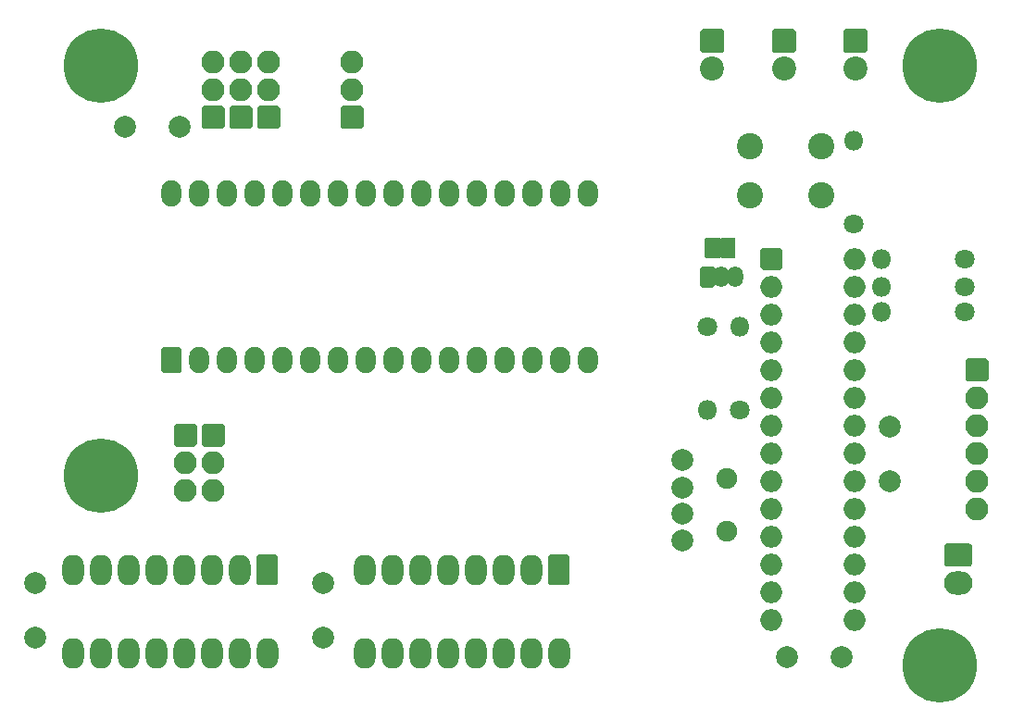
<source format=gbs>
G04 #@! TF.GenerationSoftware,KiCad,Pcbnew,5.1.9*
G04 #@! TF.CreationDate,2021-04-11T00:08:53+02:00*
G04 #@! TF.ProjectId,urp,7572702e-6b69-4636-9164-5f7063625858,rev?*
G04 #@! TF.SameCoordinates,Original*
G04 #@! TF.FileFunction,Soldermask,Bot*
G04 #@! TF.FilePolarity,Negative*
%FSLAX46Y46*%
G04 Gerber Fmt 4.6, Leading zero omitted, Abs format (unit mm)*
G04 Created by KiCad (PCBNEW 5.1.9) date 2021-04-11 00:08:53*
%MOMM*%
%LPD*%
G01*
G04 APERTURE LIST*
%ADD10O,2.590000X2.140000*%
%ADD11O,1.800000X1.800000*%
%ADD12C,1.800000*%
%ADD13O,1.450000X1.900000*%
%ADD14C,0.100000*%
%ADD15C,2.000000*%
%ADD16C,2.200000*%
%ADD17O,2.100000X2.100000*%
%ADD18O,1.840000X2.400000*%
%ADD19C,1.900000*%
%ADD20C,2.400000*%
%ADD21C,6.800000*%
%ADD22O,2.000000X2.800000*%
%ADD23O,2.000000X2.000000*%
G04 APERTURE END LIST*
D10*
G04 #@! TO.C,J3*
X141550000Y-132340000D03*
G36*
G01*
X140562470Y-128730000D02*
X142537530Y-128730000D01*
G75*
G02*
X142845000Y-129037470I0J-307470D01*
G01*
X142845000Y-130562530D01*
G75*
G02*
X142537530Y-130870000I-307470J0D01*
G01*
X140562470Y-130870000D01*
G75*
G02*
X140255000Y-130562530I0J307470D01*
G01*
X140255000Y-129037470D01*
G75*
G02*
X140562470Y-128730000I307470J0D01*
G01*
G37*
G04 #@! TD*
D11*
G04 #@! TO.C,R6*
X121548000Y-108932000D03*
D12*
X121548000Y-116552000D03*
G04 #@! TD*
D11*
G04 #@! TO.C,R5*
X118627000Y-116552000D03*
D12*
X118627000Y-108932000D03*
G04 #@! TD*
G04 #@! TO.C,Q1*
G36*
G01*
X117902000Y-105110000D02*
X117902000Y-103610000D01*
G75*
G02*
X118102000Y-103410000I200000J0D01*
G01*
X119152000Y-103410000D01*
G75*
G02*
X119352000Y-103610000I0J-200000D01*
G01*
X119352000Y-105110000D01*
G75*
G02*
X119152000Y-105310000I-200000J0D01*
G01*
X118102000Y-105310000D01*
G75*
G02*
X117902000Y-105110000I0J200000D01*
G01*
G37*
D13*
X121167000Y-104360000D03*
X119897000Y-104360000D03*
G04 #@! TD*
D14*
G04 #@! TO.C,JP7*
G36*
X119955982Y-102639157D02*
G01*
X119918463Y-102627776D01*
X119883886Y-102609294D01*
X119853579Y-102584421D01*
X119828590Y-102553940D01*
X119328590Y-101803940D01*
X119310144Y-101769343D01*
X119298802Y-101731813D01*
X119295000Y-101692791D01*
X119298884Y-101653777D01*
X119310304Y-101616270D01*
X119328590Y-101582060D01*
X119828590Y-100832060D01*
X119853431Y-100801727D01*
X119883712Y-100776822D01*
X119918270Y-100758304D01*
X119955777Y-100746884D01*
X119995000Y-100743000D01*
X120995000Y-100743000D01*
X121034018Y-100746843D01*
X121071537Y-100758224D01*
X121106114Y-100776706D01*
X121136421Y-100801579D01*
X121161294Y-100831886D01*
X121179776Y-100866463D01*
X121191157Y-100903982D01*
X121195000Y-100943000D01*
X121195000Y-102443000D01*
X121191157Y-102482018D01*
X121179776Y-102519537D01*
X121161294Y-102554114D01*
X121136421Y-102584421D01*
X121106114Y-102609294D01*
X121071537Y-102627776D01*
X121034018Y-102639157D01*
X120995000Y-102643000D01*
X119995000Y-102643000D01*
X119955982Y-102639157D01*
G37*
G36*
X118505982Y-102639157D02*
G01*
X118468463Y-102627776D01*
X118433886Y-102609294D01*
X118403579Y-102584421D01*
X118378706Y-102554114D01*
X118360224Y-102519537D01*
X118348843Y-102482018D01*
X118345000Y-102443000D01*
X118345000Y-100943000D01*
X118348843Y-100903982D01*
X118360224Y-100866463D01*
X118378706Y-100831886D01*
X118403579Y-100801579D01*
X118433886Y-100776706D01*
X118468463Y-100758224D01*
X118505982Y-100746843D01*
X118545000Y-100743000D01*
X119695000Y-100743000D01*
X119734018Y-100746843D01*
X119771537Y-100758224D01*
X119806114Y-100776706D01*
X119836421Y-100801579D01*
X119861294Y-100831886D01*
X119879776Y-100866463D01*
X119891157Y-100903982D01*
X119895000Y-100943000D01*
X119891157Y-100982018D01*
X119879776Y-101019537D01*
X119861410Y-101053940D01*
X119435370Y-101693000D01*
X119861410Y-102332060D01*
X119879856Y-102366657D01*
X119891198Y-102404187D01*
X119895000Y-102443209D01*
X119891116Y-102482223D01*
X119879696Y-102519730D01*
X119861178Y-102554288D01*
X119836273Y-102584569D01*
X119805940Y-102609410D01*
X119771343Y-102627856D01*
X119733813Y-102639198D01*
X119695000Y-102643000D01*
X118545000Y-102643000D01*
X118505982Y-102639157D01*
G37*
G04 #@! TD*
D15*
G04 #@! TO.C,C3*
X65367000Y-90580500D03*
X70367000Y-90580500D03*
G04 #@! TD*
D11*
G04 #@! TO.C,R2*
X134502000Y-107535000D03*
D12*
X142122000Y-107535000D03*
G04 #@! TD*
D16*
G04 #@! TO.C,D1*
X119071500Y-85310000D03*
G36*
G01*
X118171500Y-81670000D02*
X119971500Y-81670000D01*
G75*
G02*
X120171500Y-81870000I0J-200000D01*
G01*
X120171500Y-83670000D01*
G75*
G02*
X119971500Y-83870000I-200000J0D01*
G01*
X118171500Y-83870000D01*
G75*
G02*
X117971500Y-83670000I0J200000D01*
G01*
X117971500Y-81870000D01*
G75*
G02*
X118171500Y-81670000I200000J0D01*
G01*
G37*
G04 #@! TD*
D11*
G04 #@! TO.C,R4*
X134502000Y-102709000D03*
D12*
X142122000Y-102709000D03*
G04 #@! TD*
D11*
G04 #@! TO.C,R3*
X134502000Y-105249000D03*
D12*
X142122000Y-105249000D03*
G04 #@! TD*
D16*
G04 #@! TO.C,D3*
X132152500Y-85310000D03*
G36*
G01*
X131252500Y-81670000D02*
X133052500Y-81670000D01*
G75*
G02*
X133252500Y-81870000I0J-200000D01*
G01*
X133252500Y-83670000D01*
G75*
G02*
X133052500Y-83870000I-200000J0D01*
G01*
X131252500Y-83870000D01*
G75*
G02*
X131052500Y-83670000I0J200000D01*
G01*
X131052500Y-81870000D01*
G75*
G02*
X131252500Y-81670000I200000J0D01*
G01*
G37*
G04 #@! TD*
G04 #@! TO.C,D2*
X125612000Y-85310000D03*
G36*
G01*
X124712000Y-81670000D02*
X126512000Y-81670000D01*
G75*
G02*
X126712000Y-81870000I0J-200000D01*
G01*
X126712000Y-83670000D01*
G75*
G02*
X126512000Y-83870000I-200000J0D01*
G01*
X124712000Y-83870000D01*
G75*
G02*
X124512000Y-83670000I0J200000D01*
G01*
X124512000Y-81870000D01*
G75*
G02*
X124712000Y-81670000I200000J0D01*
G01*
G37*
G04 #@! TD*
D17*
G04 #@! TO.C,JP6*
X73415000Y-84675000D03*
X73415000Y-87215000D03*
G36*
G01*
X74465000Y-88905000D02*
X74465000Y-90605000D01*
G75*
G02*
X74265000Y-90805000I-200000J0D01*
G01*
X72565000Y-90805000D01*
G75*
G02*
X72365000Y-90605000I0J200000D01*
G01*
X72365000Y-88905000D01*
G75*
G02*
X72565000Y-88705000I200000J0D01*
G01*
X74265000Y-88705000D01*
G75*
G02*
X74465000Y-88905000I0J-200000D01*
G01*
G37*
G04 #@! TD*
G04 #@! TO.C,JP5*
X75955000Y-84675000D03*
X75955000Y-87215000D03*
G36*
G01*
X77005000Y-88905000D02*
X77005000Y-90605000D01*
G75*
G02*
X76805000Y-90805000I-200000J0D01*
G01*
X75105000Y-90805000D01*
G75*
G02*
X74905000Y-90605000I0J200000D01*
G01*
X74905000Y-88905000D01*
G75*
G02*
X75105000Y-88705000I200000J0D01*
G01*
X76805000Y-88705000D01*
G75*
G02*
X77005000Y-88905000I0J-200000D01*
G01*
G37*
G04 #@! TD*
G04 #@! TO.C,JP4*
X78495000Y-84675000D03*
X78495000Y-87215000D03*
G36*
G01*
X79545000Y-88905000D02*
X79545000Y-90605000D01*
G75*
G02*
X79345000Y-90805000I-200000J0D01*
G01*
X77645000Y-90805000D01*
G75*
G02*
X77445000Y-90605000I0J200000D01*
G01*
X77445000Y-88905000D01*
G75*
G02*
X77645000Y-88705000I200000J0D01*
G01*
X79345000Y-88705000D01*
G75*
G02*
X79545000Y-88905000I0J-200000D01*
G01*
G37*
G04 #@! TD*
G04 #@! TO.C,JP3*
X86115000Y-84675000D03*
X86115000Y-87215000D03*
G36*
G01*
X87165000Y-88905000D02*
X87165000Y-90605000D01*
G75*
G02*
X86965000Y-90805000I-200000J0D01*
G01*
X85265000Y-90805000D01*
G75*
G02*
X85065000Y-90605000I0J200000D01*
G01*
X85065000Y-88905000D01*
G75*
G02*
X85265000Y-88705000I200000J0D01*
G01*
X86965000Y-88705000D01*
G75*
G02*
X87165000Y-88905000I0J-200000D01*
G01*
G37*
G04 #@! TD*
G04 #@! TO.C,JP2*
X73415000Y-123918000D03*
X73415000Y-121378000D03*
G36*
G01*
X72365000Y-119688000D02*
X72365000Y-117988000D01*
G75*
G02*
X72565000Y-117788000I200000J0D01*
G01*
X74265000Y-117788000D01*
G75*
G02*
X74465000Y-117988000I0J-200000D01*
G01*
X74465000Y-119688000D01*
G75*
G02*
X74265000Y-119888000I-200000J0D01*
G01*
X72565000Y-119888000D01*
G75*
G02*
X72365000Y-119688000I0J200000D01*
G01*
G37*
G04 #@! TD*
G04 #@! TO.C,JP1*
X70875000Y-123918000D03*
X70875000Y-121378000D03*
G36*
G01*
X69825000Y-119688000D02*
X69825000Y-117988000D01*
G75*
G02*
X70025000Y-117788000I200000J0D01*
G01*
X71725000Y-117788000D01*
G75*
G02*
X71925000Y-117988000I0J-200000D01*
G01*
X71925000Y-119688000D01*
G75*
G02*
X71725000Y-119888000I-200000J0D01*
G01*
X70025000Y-119888000D01*
G75*
G02*
X69825000Y-119688000I0J200000D01*
G01*
G37*
G04 #@! TD*
D18*
G04 #@! TO.C,J2*
X107705000Y-96740000D03*
X107705000Y-111980000D03*
X105165000Y-96740000D03*
X105165000Y-111980000D03*
X102625000Y-96740000D03*
X102625000Y-111980000D03*
X100085000Y-96740000D03*
X100085000Y-111980000D03*
X97545000Y-96740000D03*
X97545000Y-111980000D03*
X95005000Y-96740000D03*
X95005000Y-111980000D03*
X92465000Y-96740000D03*
X92465000Y-111980000D03*
X89925000Y-96740000D03*
X89925000Y-111980000D03*
X87385000Y-96740000D03*
X87385000Y-111980000D03*
X84845000Y-96740000D03*
X84845000Y-111980000D03*
X82305000Y-96740000D03*
X82305000Y-111980000D03*
X79765000Y-96740000D03*
X79765000Y-111980000D03*
X77225000Y-96740000D03*
X77225000Y-111980000D03*
X74685000Y-96740000D03*
X74685000Y-111980000D03*
X72145000Y-96740000D03*
X72145000Y-111980000D03*
X69605000Y-96740000D03*
G36*
G01*
X70325000Y-113180000D02*
X68885000Y-113180000D01*
G75*
G02*
X68685000Y-112980000I0J200000D01*
G01*
X68685000Y-110980000D01*
G75*
G02*
X68885000Y-110780000I200000J0D01*
G01*
X70325000Y-110780000D01*
G75*
G02*
X70525000Y-110980000I0J-200000D01*
G01*
X70525000Y-112980000D01*
G75*
G02*
X70325000Y-113180000I-200000J0D01*
G01*
G37*
G04 #@! TD*
D11*
G04 #@! TO.C,R1*
X131962000Y-91850500D03*
D12*
X131962000Y-99470500D03*
G04 #@! TD*
D19*
G04 #@! TO.C,Y1*
X120405000Y-127655000D03*
X120405000Y-122775000D03*
G04 #@! TD*
D15*
G04 #@! TO.C,C7*
X116341000Y-125990000D03*
X116341000Y-128490000D03*
G04 #@! TD*
G04 #@! TO.C,C6*
X116341000Y-123624000D03*
X116341000Y-121124000D03*
G04 #@! TD*
G04 #@! TO.C,C4*
X83448000Y-132380000D03*
X83448000Y-137380000D03*
G04 #@! TD*
G04 #@! TO.C,C2*
X130866000Y-139158000D03*
X125866000Y-139158000D03*
G04 #@! TD*
G04 #@! TO.C,C5*
X57159000Y-132380000D03*
X57159000Y-137380000D03*
G04 #@! TD*
G04 #@! TO.C,C1*
X135264000Y-118029000D03*
X135264000Y-123029000D03*
G04 #@! TD*
D17*
G04 #@! TO.C,J1*
X143265000Y-125569000D03*
X143265000Y-123029000D03*
X143265000Y-120489000D03*
X143265000Y-117949000D03*
X143265000Y-115409000D03*
G36*
G01*
X142215000Y-113719000D02*
X142215000Y-112019000D01*
G75*
G02*
X142415000Y-111819000I200000J0D01*
G01*
X144115000Y-111819000D01*
G75*
G02*
X144315000Y-112019000I0J-200000D01*
G01*
X144315000Y-113719000D01*
G75*
G02*
X144115000Y-113919000I-200000J0D01*
G01*
X142415000Y-113919000D01*
G75*
G02*
X142215000Y-113719000I0J200000D01*
G01*
G37*
G04 #@! TD*
D20*
G04 #@! TO.C,SW1*
X122541000Y-96867000D03*
X122541000Y-92367000D03*
X129041000Y-96867000D03*
X129041000Y-92367000D03*
G04 #@! TD*
D21*
G04 #@! TO.C,H4*
X139836000Y-85056000D03*
G04 #@! TD*
G04 #@! TO.C,H3*
X63128000Y-122521000D03*
G04 #@! TD*
G04 #@! TO.C,H2*
X63128000Y-85056000D03*
G04 #@! TD*
G04 #@! TO.C,H1*
X139836000Y-139920000D03*
G04 #@! TD*
D22*
G04 #@! TO.C,U2*
X78368000Y-138777000D03*
X60588000Y-131157000D03*
X75828000Y-138777000D03*
X63128000Y-131157000D03*
X73288000Y-138777000D03*
X65668000Y-131157000D03*
X70748000Y-138777000D03*
X68208000Y-131157000D03*
X68208000Y-138777000D03*
X70748000Y-131157000D03*
X65668000Y-138777000D03*
X73288000Y-131157000D03*
X63128000Y-138777000D03*
X75828000Y-131157000D03*
X60588000Y-138777000D03*
G36*
G01*
X77568000Y-129757000D02*
X79168000Y-129757000D01*
G75*
G02*
X79368000Y-129957000I0J-200000D01*
G01*
X79368000Y-132357000D01*
G75*
G02*
X79168000Y-132557000I-200000J0D01*
G01*
X77568000Y-132557000D01*
G75*
G02*
X77368000Y-132357000I0J200000D01*
G01*
X77368000Y-129957000D01*
G75*
G02*
X77568000Y-129757000I200000J0D01*
G01*
G37*
G04 #@! TD*
G04 #@! TO.C,U1*
X105038000Y-138777000D03*
X87258000Y-131157000D03*
X102498000Y-138777000D03*
X89798000Y-131157000D03*
X99958000Y-138777000D03*
X92338000Y-131157000D03*
X97418000Y-138777000D03*
X94878000Y-131157000D03*
X94878000Y-138777000D03*
X97418000Y-131157000D03*
X92338000Y-138777000D03*
X99958000Y-131157000D03*
X89798000Y-138777000D03*
X102498000Y-131157000D03*
X87258000Y-138777000D03*
G36*
G01*
X104238000Y-129757000D02*
X105838000Y-129757000D01*
G75*
G02*
X106038000Y-129957000I0J-200000D01*
G01*
X106038000Y-132357000D01*
G75*
G02*
X105838000Y-132557000I-200000J0D01*
G01*
X104238000Y-132557000D01*
G75*
G02*
X104038000Y-132357000I0J200000D01*
G01*
X104038000Y-129957000D01*
G75*
G02*
X104238000Y-129757000I200000J0D01*
G01*
G37*
G04 #@! TD*
G04 #@! TO.C,U3*
G36*
G01*
X123469000Y-103509000D02*
X123469000Y-101909000D01*
G75*
G02*
X123669000Y-101709000I200000J0D01*
G01*
X125269000Y-101709000D01*
G75*
G02*
X125469000Y-101909000I0J-200000D01*
G01*
X125469000Y-103509000D01*
G75*
G02*
X125269000Y-103709000I-200000J0D01*
G01*
X123669000Y-103709000D01*
G75*
G02*
X123469000Y-103509000I0J200000D01*
G01*
G37*
D23*
X132089000Y-135729000D03*
X124469000Y-105249000D03*
X132089000Y-133189000D03*
X124469000Y-107789000D03*
X132089000Y-130649000D03*
X124469000Y-110329000D03*
X132089000Y-128109000D03*
X124469000Y-112869000D03*
X132089000Y-125569000D03*
X124469000Y-115409000D03*
X132089000Y-123029000D03*
X124469000Y-117949000D03*
X132089000Y-120489000D03*
X124469000Y-120489000D03*
X132089000Y-117949000D03*
X124469000Y-123029000D03*
X132089000Y-115409000D03*
X124469000Y-125569000D03*
X132089000Y-112869000D03*
X124469000Y-128109000D03*
X132089000Y-110329000D03*
X124469000Y-130649000D03*
X132089000Y-107789000D03*
X124469000Y-133189000D03*
X132089000Y-105249000D03*
X124469000Y-135729000D03*
X132089000Y-102709000D03*
G04 #@! TD*
M02*

</source>
